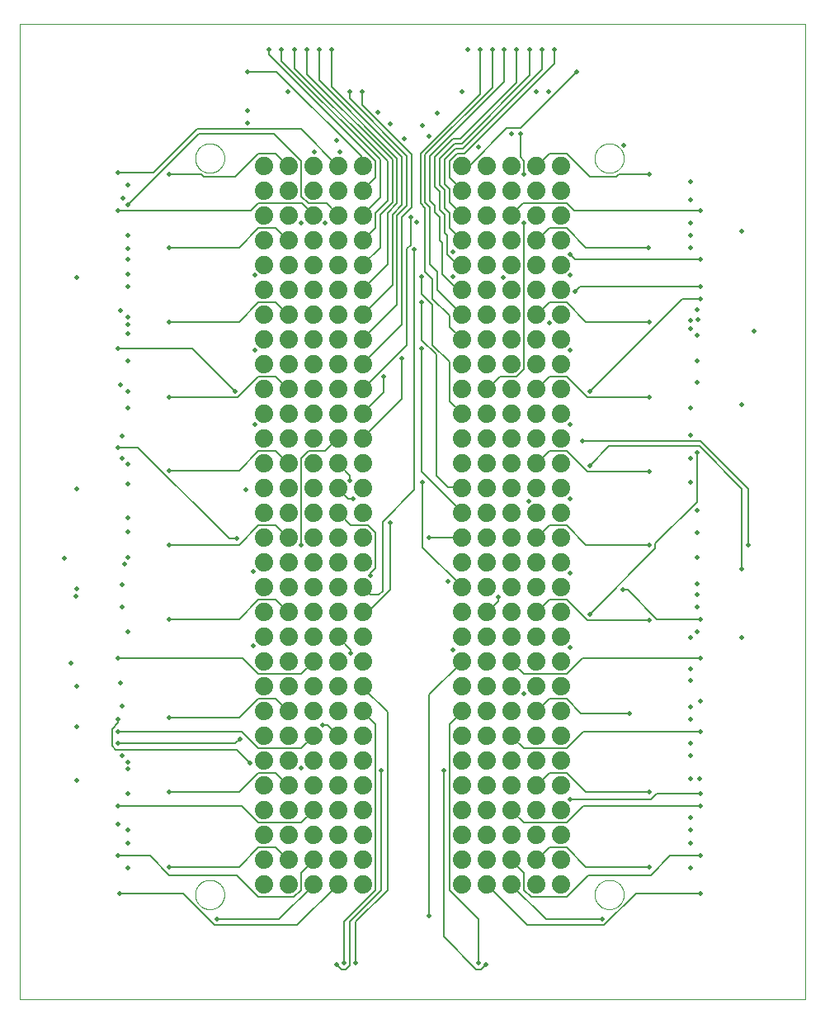
<source format=gtl>
G75*
%MOIN*%
%OFA0B0*%
%FSLAX25Y25*%
%IPPOS*%
%LPD*%
%AMOC8*
5,1,8,0,0,1.08239X$1,22.5*
%
%ADD10C,0.00000*%
%ADD11C,0.07400*%
%ADD12C,0.00800*%
%ADD13C,0.02000*%
D10*
X0001000Y0001000D02*
X0001000Y0394701D01*
X0318421Y0394701D01*
X0318421Y0001000D01*
X0001000Y0001000D01*
X0071897Y0043402D02*
X0071899Y0043555D01*
X0071905Y0043709D01*
X0071915Y0043862D01*
X0071929Y0044014D01*
X0071947Y0044167D01*
X0071969Y0044318D01*
X0071994Y0044469D01*
X0072024Y0044620D01*
X0072058Y0044770D01*
X0072095Y0044918D01*
X0072136Y0045066D01*
X0072181Y0045212D01*
X0072230Y0045358D01*
X0072283Y0045502D01*
X0072339Y0045644D01*
X0072399Y0045785D01*
X0072463Y0045925D01*
X0072530Y0046063D01*
X0072601Y0046199D01*
X0072676Y0046333D01*
X0072753Y0046465D01*
X0072835Y0046595D01*
X0072919Y0046723D01*
X0073007Y0046849D01*
X0073098Y0046972D01*
X0073192Y0047093D01*
X0073290Y0047211D01*
X0073390Y0047327D01*
X0073494Y0047440D01*
X0073600Y0047551D01*
X0073709Y0047659D01*
X0073821Y0047764D01*
X0073935Y0047865D01*
X0074053Y0047964D01*
X0074172Y0048060D01*
X0074294Y0048153D01*
X0074419Y0048242D01*
X0074546Y0048329D01*
X0074675Y0048411D01*
X0074806Y0048491D01*
X0074939Y0048567D01*
X0075074Y0048640D01*
X0075211Y0048709D01*
X0075350Y0048774D01*
X0075490Y0048836D01*
X0075632Y0048894D01*
X0075775Y0048949D01*
X0075920Y0049000D01*
X0076066Y0049047D01*
X0076213Y0049090D01*
X0076361Y0049129D01*
X0076510Y0049165D01*
X0076660Y0049196D01*
X0076811Y0049224D01*
X0076962Y0049248D01*
X0077115Y0049268D01*
X0077267Y0049284D01*
X0077420Y0049296D01*
X0077573Y0049304D01*
X0077726Y0049308D01*
X0077880Y0049308D01*
X0078033Y0049304D01*
X0078186Y0049296D01*
X0078339Y0049284D01*
X0078491Y0049268D01*
X0078644Y0049248D01*
X0078795Y0049224D01*
X0078946Y0049196D01*
X0079096Y0049165D01*
X0079245Y0049129D01*
X0079393Y0049090D01*
X0079540Y0049047D01*
X0079686Y0049000D01*
X0079831Y0048949D01*
X0079974Y0048894D01*
X0080116Y0048836D01*
X0080256Y0048774D01*
X0080395Y0048709D01*
X0080532Y0048640D01*
X0080667Y0048567D01*
X0080800Y0048491D01*
X0080931Y0048411D01*
X0081060Y0048329D01*
X0081187Y0048242D01*
X0081312Y0048153D01*
X0081434Y0048060D01*
X0081553Y0047964D01*
X0081671Y0047865D01*
X0081785Y0047764D01*
X0081897Y0047659D01*
X0082006Y0047551D01*
X0082112Y0047440D01*
X0082216Y0047327D01*
X0082316Y0047211D01*
X0082414Y0047093D01*
X0082508Y0046972D01*
X0082599Y0046849D01*
X0082687Y0046723D01*
X0082771Y0046595D01*
X0082853Y0046465D01*
X0082930Y0046333D01*
X0083005Y0046199D01*
X0083076Y0046063D01*
X0083143Y0045925D01*
X0083207Y0045785D01*
X0083267Y0045644D01*
X0083323Y0045502D01*
X0083376Y0045358D01*
X0083425Y0045212D01*
X0083470Y0045066D01*
X0083511Y0044918D01*
X0083548Y0044770D01*
X0083582Y0044620D01*
X0083612Y0044469D01*
X0083637Y0044318D01*
X0083659Y0044167D01*
X0083677Y0044014D01*
X0083691Y0043862D01*
X0083701Y0043709D01*
X0083707Y0043555D01*
X0083709Y0043402D01*
X0083707Y0043249D01*
X0083701Y0043095D01*
X0083691Y0042942D01*
X0083677Y0042790D01*
X0083659Y0042637D01*
X0083637Y0042486D01*
X0083612Y0042335D01*
X0083582Y0042184D01*
X0083548Y0042034D01*
X0083511Y0041886D01*
X0083470Y0041738D01*
X0083425Y0041592D01*
X0083376Y0041446D01*
X0083323Y0041302D01*
X0083267Y0041160D01*
X0083207Y0041019D01*
X0083143Y0040879D01*
X0083076Y0040741D01*
X0083005Y0040605D01*
X0082930Y0040471D01*
X0082853Y0040339D01*
X0082771Y0040209D01*
X0082687Y0040081D01*
X0082599Y0039955D01*
X0082508Y0039832D01*
X0082414Y0039711D01*
X0082316Y0039593D01*
X0082216Y0039477D01*
X0082112Y0039364D01*
X0082006Y0039253D01*
X0081897Y0039145D01*
X0081785Y0039040D01*
X0081671Y0038939D01*
X0081553Y0038840D01*
X0081434Y0038744D01*
X0081312Y0038651D01*
X0081187Y0038562D01*
X0081060Y0038475D01*
X0080931Y0038393D01*
X0080800Y0038313D01*
X0080667Y0038237D01*
X0080532Y0038164D01*
X0080395Y0038095D01*
X0080256Y0038030D01*
X0080116Y0037968D01*
X0079974Y0037910D01*
X0079831Y0037855D01*
X0079686Y0037804D01*
X0079540Y0037757D01*
X0079393Y0037714D01*
X0079245Y0037675D01*
X0079096Y0037639D01*
X0078946Y0037608D01*
X0078795Y0037580D01*
X0078644Y0037556D01*
X0078491Y0037536D01*
X0078339Y0037520D01*
X0078186Y0037508D01*
X0078033Y0037500D01*
X0077880Y0037496D01*
X0077726Y0037496D01*
X0077573Y0037500D01*
X0077420Y0037508D01*
X0077267Y0037520D01*
X0077115Y0037536D01*
X0076962Y0037556D01*
X0076811Y0037580D01*
X0076660Y0037608D01*
X0076510Y0037639D01*
X0076361Y0037675D01*
X0076213Y0037714D01*
X0076066Y0037757D01*
X0075920Y0037804D01*
X0075775Y0037855D01*
X0075632Y0037910D01*
X0075490Y0037968D01*
X0075350Y0038030D01*
X0075211Y0038095D01*
X0075074Y0038164D01*
X0074939Y0038237D01*
X0074806Y0038313D01*
X0074675Y0038393D01*
X0074546Y0038475D01*
X0074419Y0038562D01*
X0074294Y0038651D01*
X0074172Y0038744D01*
X0074053Y0038840D01*
X0073935Y0038939D01*
X0073821Y0039040D01*
X0073709Y0039145D01*
X0073600Y0039253D01*
X0073494Y0039364D01*
X0073390Y0039477D01*
X0073290Y0039593D01*
X0073192Y0039711D01*
X0073098Y0039832D01*
X0073007Y0039955D01*
X0072919Y0040081D01*
X0072835Y0040209D01*
X0072753Y0040339D01*
X0072676Y0040471D01*
X0072601Y0040605D01*
X0072530Y0040741D01*
X0072463Y0040879D01*
X0072399Y0041019D01*
X0072339Y0041160D01*
X0072283Y0041302D01*
X0072230Y0041446D01*
X0072181Y0041592D01*
X0072136Y0041738D01*
X0072095Y0041886D01*
X0072058Y0042034D01*
X0072024Y0042184D01*
X0071994Y0042335D01*
X0071969Y0042486D01*
X0071947Y0042637D01*
X0071929Y0042790D01*
X0071915Y0042942D01*
X0071905Y0043095D01*
X0071899Y0043249D01*
X0071897Y0043402D01*
X0233314Y0043402D02*
X0233316Y0043555D01*
X0233322Y0043709D01*
X0233332Y0043862D01*
X0233346Y0044014D01*
X0233364Y0044167D01*
X0233386Y0044318D01*
X0233411Y0044469D01*
X0233441Y0044620D01*
X0233475Y0044770D01*
X0233512Y0044918D01*
X0233553Y0045066D01*
X0233598Y0045212D01*
X0233647Y0045358D01*
X0233700Y0045502D01*
X0233756Y0045644D01*
X0233816Y0045785D01*
X0233880Y0045925D01*
X0233947Y0046063D01*
X0234018Y0046199D01*
X0234093Y0046333D01*
X0234170Y0046465D01*
X0234252Y0046595D01*
X0234336Y0046723D01*
X0234424Y0046849D01*
X0234515Y0046972D01*
X0234609Y0047093D01*
X0234707Y0047211D01*
X0234807Y0047327D01*
X0234911Y0047440D01*
X0235017Y0047551D01*
X0235126Y0047659D01*
X0235238Y0047764D01*
X0235352Y0047865D01*
X0235470Y0047964D01*
X0235589Y0048060D01*
X0235711Y0048153D01*
X0235836Y0048242D01*
X0235963Y0048329D01*
X0236092Y0048411D01*
X0236223Y0048491D01*
X0236356Y0048567D01*
X0236491Y0048640D01*
X0236628Y0048709D01*
X0236767Y0048774D01*
X0236907Y0048836D01*
X0237049Y0048894D01*
X0237192Y0048949D01*
X0237337Y0049000D01*
X0237483Y0049047D01*
X0237630Y0049090D01*
X0237778Y0049129D01*
X0237927Y0049165D01*
X0238077Y0049196D01*
X0238228Y0049224D01*
X0238379Y0049248D01*
X0238532Y0049268D01*
X0238684Y0049284D01*
X0238837Y0049296D01*
X0238990Y0049304D01*
X0239143Y0049308D01*
X0239297Y0049308D01*
X0239450Y0049304D01*
X0239603Y0049296D01*
X0239756Y0049284D01*
X0239908Y0049268D01*
X0240061Y0049248D01*
X0240212Y0049224D01*
X0240363Y0049196D01*
X0240513Y0049165D01*
X0240662Y0049129D01*
X0240810Y0049090D01*
X0240957Y0049047D01*
X0241103Y0049000D01*
X0241248Y0048949D01*
X0241391Y0048894D01*
X0241533Y0048836D01*
X0241673Y0048774D01*
X0241812Y0048709D01*
X0241949Y0048640D01*
X0242084Y0048567D01*
X0242217Y0048491D01*
X0242348Y0048411D01*
X0242477Y0048329D01*
X0242604Y0048242D01*
X0242729Y0048153D01*
X0242851Y0048060D01*
X0242970Y0047964D01*
X0243088Y0047865D01*
X0243202Y0047764D01*
X0243314Y0047659D01*
X0243423Y0047551D01*
X0243529Y0047440D01*
X0243633Y0047327D01*
X0243733Y0047211D01*
X0243831Y0047093D01*
X0243925Y0046972D01*
X0244016Y0046849D01*
X0244104Y0046723D01*
X0244188Y0046595D01*
X0244270Y0046465D01*
X0244347Y0046333D01*
X0244422Y0046199D01*
X0244493Y0046063D01*
X0244560Y0045925D01*
X0244624Y0045785D01*
X0244684Y0045644D01*
X0244740Y0045502D01*
X0244793Y0045358D01*
X0244842Y0045212D01*
X0244887Y0045066D01*
X0244928Y0044918D01*
X0244965Y0044770D01*
X0244999Y0044620D01*
X0245029Y0044469D01*
X0245054Y0044318D01*
X0245076Y0044167D01*
X0245094Y0044014D01*
X0245108Y0043862D01*
X0245118Y0043709D01*
X0245124Y0043555D01*
X0245126Y0043402D01*
X0245124Y0043249D01*
X0245118Y0043095D01*
X0245108Y0042942D01*
X0245094Y0042790D01*
X0245076Y0042637D01*
X0245054Y0042486D01*
X0245029Y0042335D01*
X0244999Y0042184D01*
X0244965Y0042034D01*
X0244928Y0041886D01*
X0244887Y0041738D01*
X0244842Y0041592D01*
X0244793Y0041446D01*
X0244740Y0041302D01*
X0244684Y0041160D01*
X0244624Y0041019D01*
X0244560Y0040879D01*
X0244493Y0040741D01*
X0244422Y0040605D01*
X0244347Y0040471D01*
X0244270Y0040339D01*
X0244188Y0040209D01*
X0244104Y0040081D01*
X0244016Y0039955D01*
X0243925Y0039832D01*
X0243831Y0039711D01*
X0243733Y0039593D01*
X0243633Y0039477D01*
X0243529Y0039364D01*
X0243423Y0039253D01*
X0243314Y0039145D01*
X0243202Y0039040D01*
X0243088Y0038939D01*
X0242970Y0038840D01*
X0242851Y0038744D01*
X0242729Y0038651D01*
X0242604Y0038562D01*
X0242477Y0038475D01*
X0242348Y0038393D01*
X0242217Y0038313D01*
X0242084Y0038237D01*
X0241949Y0038164D01*
X0241812Y0038095D01*
X0241673Y0038030D01*
X0241533Y0037968D01*
X0241391Y0037910D01*
X0241248Y0037855D01*
X0241103Y0037804D01*
X0240957Y0037757D01*
X0240810Y0037714D01*
X0240662Y0037675D01*
X0240513Y0037639D01*
X0240363Y0037608D01*
X0240212Y0037580D01*
X0240061Y0037556D01*
X0239908Y0037536D01*
X0239756Y0037520D01*
X0239603Y0037508D01*
X0239450Y0037500D01*
X0239297Y0037496D01*
X0239143Y0037496D01*
X0238990Y0037500D01*
X0238837Y0037508D01*
X0238684Y0037520D01*
X0238532Y0037536D01*
X0238379Y0037556D01*
X0238228Y0037580D01*
X0238077Y0037608D01*
X0237927Y0037639D01*
X0237778Y0037675D01*
X0237630Y0037714D01*
X0237483Y0037757D01*
X0237337Y0037804D01*
X0237192Y0037855D01*
X0237049Y0037910D01*
X0236907Y0037968D01*
X0236767Y0038030D01*
X0236628Y0038095D01*
X0236491Y0038164D01*
X0236356Y0038237D01*
X0236223Y0038313D01*
X0236092Y0038393D01*
X0235963Y0038475D01*
X0235836Y0038562D01*
X0235711Y0038651D01*
X0235589Y0038744D01*
X0235470Y0038840D01*
X0235352Y0038939D01*
X0235238Y0039040D01*
X0235126Y0039145D01*
X0235017Y0039253D01*
X0234911Y0039364D01*
X0234807Y0039477D01*
X0234707Y0039593D01*
X0234609Y0039711D01*
X0234515Y0039832D01*
X0234424Y0039955D01*
X0234336Y0040081D01*
X0234252Y0040209D01*
X0234170Y0040339D01*
X0234093Y0040471D01*
X0234018Y0040605D01*
X0233947Y0040741D01*
X0233880Y0040879D01*
X0233816Y0041019D01*
X0233756Y0041160D01*
X0233700Y0041302D01*
X0233647Y0041446D01*
X0233598Y0041592D01*
X0233553Y0041738D01*
X0233512Y0041886D01*
X0233475Y0042034D01*
X0233441Y0042184D01*
X0233411Y0042335D01*
X0233386Y0042486D01*
X0233364Y0042637D01*
X0233346Y0042790D01*
X0233332Y0042942D01*
X0233322Y0043095D01*
X0233316Y0043249D01*
X0233314Y0043402D01*
X0233314Y0340646D02*
X0233316Y0340799D01*
X0233322Y0340953D01*
X0233332Y0341106D01*
X0233346Y0341258D01*
X0233364Y0341411D01*
X0233386Y0341562D01*
X0233411Y0341713D01*
X0233441Y0341864D01*
X0233475Y0342014D01*
X0233512Y0342162D01*
X0233553Y0342310D01*
X0233598Y0342456D01*
X0233647Y0342602D01*
X0233700Y0342746D01*
X0233756Y0342888D01*
X0233816Y0343029D01*
X0233880Y0343169D01*
X0233947Y0343307D01*
X0234018Y0343443D01*
X0234093Y0343577D01*
X0234170Y0343709D01*
X0234252Y0343839D01*
X0234336Y0343967D01*
X0234424Y0344093D01*
X0234515Y0344216D01*
X0234609Y0344337D01*
X0234707Y0344455D01*
X0234807Y0344571D01*
X0234911Y0344684D01*
X0235017Y0344795D01*
X0235126Y0344903D01*
X0235238Y0345008D01*
X0235352Y0345109D01*
X0235470Y0345208D01*
X0235589Y0345304D01*
X0235711Y0345397D01*
X0235836Y0345486D01*
X0235963Y0345573D01*
X0236092Y0345655D01*
X0236223Y0345735D01*
X0236356Y0345811D01*
X0236491Y0345884D01*
X0236628Y0345953D01*
X0236767Y0346018D01*
X0236907Y0346080D01*
X0237049Y0346138D01*
X0237192Y0346193D01*
X0237337Y0346244D01*
X0237483Y0346291D01*
X0237630Y0346334D01*
X0237778Y0346373D01*
X0237927Y0346409D01*
X0238077Y0346440D01*
X0238228Y0346468D01*
X0238379Y0346492D01*
X0238532Y0346512D01*
X0238684Y0346528D01*
X0238837Y0346540D01*
X0238990Y0346548D01*
X0239143Y0346552D01*
X0239297Y0346552D01*
X0239450Y0346548D01*
X0239603Y0346540D01*
X0239756Y0346528D01*
X0239908Y0346512D01*
X0240061Y0346492D01*
X0240212Y0346468D01*
X0240363Y0346440D01*
X0240513Y0346409D01*
X0240662Y0346373D01*
X0240810Y0346334D01*
X0240957Y0346291D01*
X0241103Y0346244D01*
X0241248Y0346193D01*
X0241391Y0346138D01*
X0241533Y0346080D01*
X0241673Y0346018D01*
X0241812Y0345953D01*
X0241949Y0345884D01*
X0242084Y0345811D01*
X0242217Y0345735D01*
X0242348Y0345655D01*
X0242477Y0345573D01*
X0242604Y0345486D01*
X0242729Y0345397D01*
X0242851Y0345304D01*
X0242970Y0345208D01*
X0243088Y0345109D01*
X0243202Y0345008D01*
X0243314Y0344903D01*
X0243423Y0344795D01*
X0243529Y0344684D01*
X0243633Y0344571D01*
X0243733Y0344455D01*
X0243831Y0344337D01*
X0243925Y0344216D01*
X0244016Y0344093D01*
X0244104Y0343967D01*
X0244188Y0343839D01*
X0244270Y0343709D01*
X0244347Y0343577D01*
X0244422Y0343443D01*
X0244493Y0343307D01*
X0244560Y0343169D01*
X0244624Y0343029D01*
X0244684Y0342888D01*
X0244740Y0342746D01*
X0244793Y0342602D01*
X0244842Y0342456D01*
X0244887Y0342310D01*
X0244928Y0342162D01*
X0244965Y0342014D01*
X0244999Y0341864D01*
X0245029Y0341713D01*
X0245054Y0341562D01*
X0245076Y0341411D01*
X0245094Y0341258D01*
X0245108Y0341106D01*
X0245118Y0340953D01*
X0245124Y0340799D01*
X0245126Y0340646D01*
X0245124Y0340493D01*
X0245118Y0340339D01*
X0245108Y0340186D01*
X0245094Y0340034D01*
X0245076Y0339881D01*
X0245054Y0339730D01*
X0245029Y0339579D01*
X0244999Y0339428D01*
X0244965Y0339278D01*
X0244928Y0339130D01*
X0244887Y0338982D01*
X0244842Y0338836D01*
X0244793Y0338690D01*
X0244740Y0338546D01*
X0244684Y0338404D01*
X0244624Y0338263D01*
X0244560Y0338123D01*
X0244493Y0337985D01*
X0244422Y0337849D01*
X0244347Y0337715D01*
X0244270Y0337583D01*
X0244188Y0337453D01*
X0244104Y0337325D01*
X0244016Y0337199D01*
X0243925Y0337076D01*
X0243831Y0336955D01*
X0243733Y0336837D01*
X0243633Y0336721D01*
X0243529Y0336608D01*
X0243423Y0336497D01*
X0243314Y0336389D01*
X0243202Y0336284D01*
X0243088Y0336183D01*
X0242970Y0336084D01*
X0242851Y0335988D01*
X0242729Y0335895D01*
X0242604Y0335806D01*
X0242477Y0335719D01*
X0242348Y0335637D01*
X0242217Y0335557D01*
X0242084Y0335481D01*
X0241949Y0335408D01*
X0241812Y0335339D01*
X0241673Y0335274D01*
X0241533Y0335212D01*
X0241391Y0335154D01*
X0241248Y0335099D01*
X0241103Y0335048D01*
X0240957Y0335001D01*
X0240810Y0334958D01*
X0240662Y0334919D01*
X0240513Y0334883D01*
X0240363Y0334852D01*
X0240212Y0334824D01*
X0240061Y0334800D01*
X0239908Y0334780D01*
X0239756Y0334764D01*
X0239603Y0334752D01*
X0239450Y0334744D01*
X0239297Y0334740D01*
X0239143Y0334740D01*
X0238990Y0334744D01*
X0238837Y0334752D01*
X0238684Y0334764D01*
X0238532Y0334780D01*
X0238379Y0334800D01*
X0238228Y0334824D01*
X0238077Y0334852D01*
X0237927Y0334883D01*
X0237778Y0334919D01*
X0237630Y0334958D01*
X0237483Y0335001D01*
X0237337Y0335048D01*
X0237192Y0335099D01*
X0237049Y0335154D01*
X0236907Y0335212D01*
X0236767Y0335274D01*
X0236628Y0335339D01*
X0236491Y0335408D01*
X0236356Y0335481D01*
X0236223Y0335557D01*
X0236092Y0335637D01*
X0235963Y0335719D01*
X0235836Y0335806D01*
X0235711Y0335895D01*
X0235589Y0335988D01*
X0235470Y0336084D01*
X0235352Y0336183D01*
X0235238Y0336284D01*
X0235126Y0336389D01*
X0235017Y0336497D01*
X0234911Y0336608D01*
X0234807Y0336721D01*
X0234707Y0336837D01*
X0234609Y0336955D01*
X0234515Y0337076D01*
X0234424Y0337199D01*
X0234336Y0337325D01*
X0234252Y0337453D01*
X0234170Y0337583D01*
X0234093Y0337715D01*
X0234018Y0337849D01*
X0233947Y0337985D01*
X0233880Y0338123D01*
X0233816Y0338263D01*
X0233756Y0338404D01*
X0233700Y0338546D01*
X0233647Y0338690D01*
X0233598Y0338836D01*
X0233553Y0338982D01*
X0233512Y0339130D01*
X0233475Y0339278D01*
X0233441Y0339428D01*
X0233411Y0339579D01*
X0233386Y0339730D01*
X0233364Y0339881D01*
X0233346Y0340034D01*
X0233332Y0340186D01*
X0233322Y0340339D01*
X0233316Y0340493D01*
X0233314Y0340646D01*
X0071897Y0340646D02*
X0071899Y0340799D01*
X0071905Y0340953D01*
X0071915Y0341106D01*
X0071929Y0341258D01*
X0071947Y0341411D01*
X0071969Y0341562D01*
X0071994Y0341713D01*
X0072024Y0341864D01*
X0072058Y0342014D01*
X0072095Y0342162D01*
X0072136Y0342310D01*
X0072181Y0342456D01*
X0072230Y0342602D01*
X0072283Y0342746D01*
X0072339Y0342888D01*
X0072399Y0343029D01*
X0072463Y0343169D01*
X0072530Y0343307D01*
X0072601Y0343443D01*
X0072676Y0343577D01*
X0072753Y0343709D01*
X0072835Y0343839D01*
X0072919Y0343967D01*
X0073007Y0344093D01*
X0073098Y0344216D01*
X0073192Y0344337D01*
X0073290Y0344455D01*
X0073390Y0344571D01*
X0073494Y0344684D01*
X0073600Y0344795D01*
X0073709Y0344903D01*
X0073821Y0345008D01*
X0073935Y0345109D01*
X0074053Y0345208D01*
X0074172Y0345304D01*
X0074294Y0345397D01*
X0074419Y0345486D01*
X0074546Y0345573D01*
X0074675Y0345655D01*
X0074806Y0345735D01*
X0074939Y0345811D01*
X0075074Y0345884D01*
X0075211Y0345953D01*
X0075350Y0346018D01*
X0075490Y0346080D01*
X0075632Y0346138D01*
X0075775Y0346193D01*
X0075920Y0346244D01*
X0076066Y0346291D01*
X0076213Y0346334D01*
X0076361Y0346373D01*
X0076510Y0346409D01*
X0076660Y0346440D01*
X0076811Y0346468D01*
X0076962Y0346492D01*
X0077115Y0346512D01*
X0077267Y0346528D01*
X0077420Y0346540D01*
X0077573Y0346548D01*
X0077726Y0346552D01*
X0077880Y0346552D01*
X0078033Y0346548D01*
X0078186Y0346540D01*
X0078339Y0346528D01*
X0078491Y0346512D01*
X0078644Y0346492D01*
X0078795Y0346468D01*
X0078946Y0346440D01*
X0079096Y0346409D01*
X0079245Y0346373D01*
X0079393Y0346334D01*
X0079540Y0346291D01*
X0079686Y0346244D01*
X0079831Y0346193D01*
X0079974Y0346138D01*
X0080116Y0346080D01*
X0080256Y0346018D01*
X0080395Y0345953D01*
X0080532Y0345884D01*
X0080667Y0345811D01*
X0080800Y0345735D01*
X0080931Y0345655D01*
X0081060Y0345573D01*
X0081187Y0345486D01*
X0081312Y0345397D01*
X0081434Y0345304D01*
X0081553Y0345208D01*
X0081671Y0345109D01*
X0081785Y0345008D01*
X0081897Y0344903D01*
X0082006Y0344795D01*
X0082112Y0344684D01*
X0082216Y0344571D01*
X0082316Y0344455D01*
X0082414Y0344337D01*
X0082508Y0344216D01*
X0082599Y0344093D01*
X0082687Y0343967D01*
X0082771Y0343839D01*
X0082853Y0343709D01*
X0082930Y0343577D01*
X0083005Y0343443D01*
X0083076Y0343307D01*
X0083143Y0343169D01*
X0083207Y0343029D01*
X0083267Y0342888D01*
X0083323Y0342746D01*
X0083376Y0342602D01*
X0083425Y0342456D01*
X0083470Y0342310D01*
X0083511Y0342162D01*
X0083548Y0342014D01*
X0083582Y0341864D01*
X0083612Y0341713D01*
X0083637Y0341562D01*
X0083659Y0341411D01*
X0083677Y0341258D01*
X0083691Y0341106D01*
X0083701Y0340953D01*
X0083707Y0340799D01*
X0083709Y0340646D01*
X0083707Y0340493D01*
X0083701Y0340339D01*
X0083691Y0340186D01*
X0083677Y0340034D01*
X0083659Y0339881D01*
X0083637Y0339730D01*
X0083612Y0339579D01*
X0083582Y0339428D01*
X0083548Y0339278D01*
X0083511Y0339130D01*
X0083470Y0338982D01*
X0083425Y0338836D01*
X0083376Y0338690D01*
X0083323Y0338546D01*
X0083267Y0338404D01*
X0083207Y0338263D01*
X0083143Y0338123D01*
X0083076Y0337985D01*
X0083005Y0337849D01*
X0082930Y0337715D01*
X0082853Y0337583D01*
X0082771Y0337453D01*
X0082687Y0337325D01*
X0082599Y0337199D01*
X0082508Y0337076D01*
X0082414Y0336955D01*
X0082316Y0336837D01*
X0082216Y0336721D01*
X0082112Y0336608D01*
X0082006Y0336497D01*
X0081897Y0336389D01*
X0081785Y0336284D01*
X0081671Y0336183D01*
X0081553Y0336084D01*
X0081434Y0335988D01*
X0081312Y0335895D01*
X0081187Y0335806D01*
X0081060Y0335719D01*
X0080931Y0335637D01*
X0080800Y0335557D01*
X0080667Y0335481D01*
X0080532Y0335408D01*
X0080395Y0335339D01*
X0080256Y0335274D01*
X0080116Y0335212D01*
X0079974Y0335154D01*
X0079831Y0335099D01*
X0079686Y0335048D01*
X0079540Y0335001D01*
X0079393Y0334958D01*
X0079245Y0334919D01*
X0079096Y0334883D01*
X0078946Y0334852D01*
X0078795Y0334824D01*
X0078644Y0334800D01*
X0078491Y0334780D01*
X0078339Y0334764D01*
X0078186Y0334752D01*
X0078033Y0334744D01*
X0077880Y0334740D01*
X0077726Y0334740D01*
X0077573Y0334744D01*
X0077420Y0334752D01*
X0077267Y0334764D01*
X0077115Y0334780D01*
X0076962Y0334800D01*
X0076811Y0334824D01*
X0076660Y0334852D01*
X0076510Y0334883D01*
X0076361Y0334919D01*
X0076213Y0334958D01*
X0076066Y0335001D01*
X0075920Y0335048D01*
X0075775Y0335099D01*
X0075632Y0335154D01*
X0075490Y0335212D01*
X0075350Y0335274D01*
X0075211Y0335339D01*
X0075074Y0335408D01*
X0074939Y0335481D01*
X0074806Y0335557D01*
X0074675Y0335637D01*
X0074546Y0335719D01*
X0074419Y0335806D01*
X0074294Y0335895D01*
X0074172Y0335988D01*
X0074053Y0336084D01*
X0073935Y0336183D01*
X0073821Y0336284D01*
X0073709Y0336389D01*
X0073600Y0336497D01*
X0073494Y0336608D01*
X0073390Y0336721D01*
X0073290Y0336837D01*
X0073192Y0336955D01*
X0073098Y0337076D01*
X0073007Y0337199D01*
X0072919Y0337325D01*
X0072835Y0337453D01*
X0072753Y0337583D01*
X0072676Y0337715D01*
X0072601Y0337849D01*
X0072530Y0337985D01*
X0072463Y0338123D01*
X0072399Y0338263D01*
X0072339Y0338404D01*
X0072283Y0338546D01*
X0072230Y0338690D01*
X0072181Y0338836D01*
X0072136Y0338982D01*
X0072095Y0339130D01*
X0072058Y0339278D01*
X0072024Y0339428D01*
X0071994Y0339579D01*
X0071969Y0339730D01*
X0071947Y0339881D01*
X0071929Y0340034D01*
X0071915Y0340186D01*
X0071905Y0340339D01*
X0071899Y0340493D01*
X0071897Y0340646D01*
D11*
X0099677Y0337457D03*
X0109677Y0337457D03*
X0119677Y0337457D03*
X0129677Y0337457D03*
X0139677Y0337457D03*
X0139677Y0327457D03*
X0139677Y0317457D03*
X0129677Y0317457D03*
X0129677Y0327457D03*
X0119677Y0327457D03*
X0119677Y0317457D03*
X0109677Y0317457D03*
X0109677Y0327457D03*
X0099677Y0327457D03*
X0099677Y0317457D03*
X0099677Y0307457D03*
X0099677Y0297457D03*
X0109677Y0297457D03*
X0109677Y0307457D03*
X0119677Y0307457D03*
X0119677Y0297457D03*
X0129677Y0297457D03*
X0129677Y0307457D03*
X0139677Y0307457D03*
X0139677Y0297457D03*
X0139677Y0287457D03*
X0139677Y0277457D03*
X0129677Y0277457D03*
X0129677Y0287457D03*
X0119677Y0287457D03*
X0119677Y0277457D03*
X0109677Y0277457D03*
X0109677Y0287457D03*
X0099677Y0287457D03*
X0099677Y0277457D03*
X0099677Y0267457D03*
X0099677Y0257457D03*
X0109677Y0257457D03*
X0109677Y0267457D03*
X0119677Y0267457D03*
X0119677Y0257457D03*
X0129677Y0257457D03*
X0129677Y0267457D03*
X0139677Y0267457D03*
X0139677Y0257457D03*
X0139677Y0247457D03*
X0139677Y0237457D03*
X0129677Y0237457D03*
X0129677Y0247457D03*
X0119677Y0247457D03*
X0119677Y0237457D03*
X0109677Y0237457D03*
X0109677Y0247457D03*
X0099677Y0247457D03*
X0099677Y0237457D03*
X0099677Y0227457D03*
X0109677Y0227457D03*
X0119677Y0227457D03*
X0129677Y0227457D03*
X0139677Y0227457D03*
X0139677Y0217457D03*
X0139677Y0207457D03*
X0129677Y0207457D03*
X0129677Y0217457D03*
X0119677Y0217457D03*
X0119677Y0207457D03*
X0109677Y0207457D03*
X0109677Y0217457D03*
X0099677Y0217457D03*
X0099677Y0207457D03*
X0099677Y0197457D03*
X0099677Y0187457D03*
X0109677Y0187457D03*
X0109677Y0197457D03*
X0119677Y0197457D03*
X0119677Y0187457D03*
X0129677Y0187457D03*
X0129677Y0197457D03*
X0139677Y0197457D03*
X0139677Y0187457D03*
X0139677Y0177457D03*
X0139677Y0167457D03*
X0129677Y0167457D03*
X0129677Y0177457D03*
X0119677Y0177457D03*
X0119677Y0167457D03*
X0109677Y0167457D03*
X0109677Y0177457D03*
X0099677Y0177457D03*
X0099677Y0167457D03*
X0099677Y0157457D03*
X0099677Y0147457D03*
X0109677Y0147457D03*
X0109677Y0157457D03*
X0119677Y0157457D03*
X0119677Y0147457D03*
X0129677Y0147457D03*
X0129677Y0157457D03*
X0139677Y0157457D03*
X0139677Y0147457D03*
X0139677Y0137457D03*
X0139677Y0127457D03*
X0129677Y0127457D03*
X0129677Y0137457D03*
X0119677Y0137457D03*
X0119677Y0127457D03*
X0109677Y0127457D03*
X0109677Y0137457D03*
X0099677Y0137457D03*
X0099677Y0127457D03*
X0099677Y0117457D03*
X0099677Y0107457D03*
X0109677Y0107457D03*
X0109677Y0117457D03*
X0119677Y0117457D03*
X0119677Y0107457D03*
X0129677Y0107457D03*
X0129677Y0117457D03*
X0139677Y0117457D03*
X0139677Y0107457D03*
X0139677Y0097457D03*
X0139677Y0087457D03*
X0129677Y0087457D03*
X0129677Y0097457D03*
X0119677Y0097457D03*
X0119677Y0087457D03*
X0109677Y0087457D03*
X0109677Y0097457D03*
X0099677Y0097457D03*
X0099677Y0087457D03*
X0099677Y0077457D03*
X0099677Y0067457D03*
X0109677Y0067457D03*
X0109677Y0077457D03*
X0119677Y0077457D03*
X0119677Y0067457D03*
X0129677Y0067457D03*
X0129677Y0077457D03*
X0139677Y0077457D03*
X0139677Y0067457D03*
X0139677Y0057457D03*
X0129677Y0057457D03*
X0119677Y0057457D03*
X0109677Y0057457D03*
X0099677Y0057457D03*
X0099677Y0047457D03*
X0109677Y0047457D03*
X0119677Y0047457D03*
X0129677Y0047457D03*
X0139677Y0047457D03*
X0179677Y0047457D03*
X0179677Y0057457D03*
X0179677Y0067457D03*
X0179677Y0077457D03*
X0179677Y0087457D03*
X0179677Y0097457D03*
X0179677Y0107457D03*
X0179677Y0117457D03*
X0179677Y0127457D03*
X0179677Y0137457D03*
X0179677Y0147457D03*
X0179677Y0157457D03*
X0179677Y0167457D03*
X0179677Y0177457D03*
X0179677Y0187457D03*
X0179677Y0197457D03*
X0179677Y0207457D03*
X0179677Y0217457D03*
X0179677Y0227457D03*
X0179677Y0237457D03*
X0179677Y0247457D03*
X0179677Y0257457D03*
X0179677Y0267457D03*
X0179677Y0277457D03*
X0179677Y0287457D03*
X0179677Y0297457D03*
X0179677Y0307457D03*
X0179677Y0317457D03*
X0179677Y0327457D03*
X0179677Y0337457D03*
X0189677Y0337457D03*
X0199677Y0337457D03*
X0209677Y0337457D03*
X0219677Y0337457D03*
X0219677Y0327457D03*
X0219677Y0317457D03*
X0209677Y0317457D03*
X0209677Y0327457D03*
X0199677Y0327457D03*
X0199677Y0317457D03*
X0189677Y0317457D03*
X0189677Y0327457D03*
X0189677Y0307457D03*
X0189677Y0297457D03*
X0199677Y0297457D03*
X0199677Y0307457D03*
X0209677Y0307457D03*
X0209677Y0297457D03*
X0219677Y0297457D03*
X0219677Y0307457D03*
X0219677Y0287457D03*
X0219677Y0277457D03*
X0209677Y0277457D03*
X0209677Y0287457D03*
X0199677Y0287457D03*
X0199677Y0277457D03*
X0189677Y0277457D03*
X0189677Y0287457D03*
X0189677Y0267457D03*
X0189677Y0257457D03*
X0199677Y0257457D03*
X0199677Y0267457D03*
X0209677Y0267457D03*
X0209677Y0257457D03*
X0219677Y0257457D03*
X0219677Y0267457D03*
X0219677Y0247457D03*
X0219677Y0237457D03*
X0209677Y0237457D03*
X0209677Y0247457D03*
X0199677Y0247457D03*
X0199677Y0237457D03*
X0189677Y0237457D03*
X0189677Y0247457D03*
X0189677Y0227457D03*
X0199677Y0227457D03*
X0209677Y0227457D03*
X0219677Y0227457D03*
X0219677Y0217457D03*
X0219677Y0207457D03*
X0209677Y0207457D03*
X0209677Y0217457D03*
X0199677Y0217457D03*
X0199677Y0207457D03*
X0189677Y0207457D03*
X0189677Y0217457D03*
X0189677Y0197457D03*
X0189677Y0187457D03*
X0199677Y0187457D03*
X0199677Y0197457D03*
X0209677Y0197457D03*
X0209677Y0187457D03*
X0219677Y0187457D03*
X0219677Y0197457D03*
X0219677Y0177457D03*
X0219677Y0167457D03*
X0209677Y0167457D03*
X0209677Y0177457D03*
X0199677Y0177457D03*
X0199677Y0167457D03*
X0189677Y0167457D03*
X0189677Y0177457D03*
X0189677Y0157457D03*
X0189677Y0147457D03*
X0199677Y0147457D03*
X0199677Y0157457D03*
X0209677Y0157457D03*
X0209677Y0147457D03*
X0219677Y0147457D03*
X0219677Y0157457D03*
X0219677Y0137457D03*
X0219677Y0127457D03*
X0209677Y0127457D03*
X0209677Y0137457D03*
X0199677Y0137457D03*
X0199677Y0127457D03*
X0189677Y0127457D03*
X0189677Y0137457D03*
X0189677Y0117457D03*
X0189677Y0107457D03*
X0199677Y0107457D03*
X0199677Y0117457D03*
X0209677Y0117457D03*
X0209677Y0107457D03*
X0219677Y0107457D03*
X0219677Y0117457D03*
X0219677Y0097457D03*
X0219677Y0087457D03*
X0209677Y0087457D03*
X0209677Y0097457D03*
X0199677Y0097457D03*
X0199677Y0087457D03*
X0189677Y0087457D03*
X0189677Y0097457D03*
X0189677Y0077457D03*
X0189677Y0067457D03*
X0199677Y0067457D03*
X0199677Y0077457D03*
X0209677Y0077457D03*
X0209677Y0067457D03*
X0219677Y0067457D03*
X0219677Y0077457D03*
X0219677Y0057457D03*
X0209677Y0057457D03*
X0199677Y0057457D03*
X0189677Y0057457D03*
X0189677Y0047457D03*
X0199677Y0047457D03*
X0209677Y0047457D03*
X0219677Y0047457D03*
D12*
X0221965Y0042339D02*
X0207693Y0042339D01*
X0204740Y0045291D01*
X0204740Y0052181D01*
X0199819Y0057102D01*
X0199677Y0057457D01*
X0209677Y0057457D02*
X0210154Y0057594D01*
X0215075Y0062516D01*
X0221965Y0062516D01*
X0229839Y0054642D01*
X0255429Y0054642D01*
X0255921Y0051197D02*
X0230823Y0051197D01*
X0221965Y0042339D01*
X0213598Y0033480D02*
X0199819Y0047260D01*
X0199677Y0047457D01*
X0189976Y0047260D02*
X0189677Y0047457D01*
X0189976Y0047260D02*
X0206217Y0031020D01*
X0237220Y0031020D01*
X0250016Y0043815D01*
X0276098Y0043815D01*
X0276098Y0059071D02*
X0263795Y0059071D01*
X0255921Y0051197D01*
X0236236Y0033480D02*
X0213598Y0033480D01*
X0189484Y0015272D02*
X0187516Y0013303D01*
X0185547Y0013303D01*
X0172260Y0026591D01*
X0172260Y0093520D01*
X0174720Y0112220D02*
X0179642Y0117142D01*
X0179677Y0117457D01*
X0174720Y0112220D02*
X0174720Y0045291D01*
X0186531Y0033480D01*
X0186531Y0015764D01*
X0166354Y0034957D02*
X0166354Y0124031D01*
X0179642Y0137319D01*
X0179677Y0137457D01*
X0189677Y0157457D02*
X0189976Y0157496D01*
X0194406Y0161925D01*
X0194406Y0163402D01*
X0179677Y0167457D02*
X0179642Y0167831D01*
X0163894Y0183579D01*
X0163894Y0209661D01*
X0160449Y0206709D02*
X0147654Y0193913D01*
X0147654Y0165862D01*
X0146177Y0164386D01*
X0142732Y0164386D01*
X0139780Y0167339D01*
X0139677Y0167457D01*
X0142732Y0172260D02*
X0142732Y0173244D01*
X0144701Y0175213D01*
X0144701Y0189484D01*
X0141748Y0192437D01*
X0134858Y0192437D01*
X0129937Y0197358D01*
X0129677Y0197457D01*
X0133874Y0203264D02*
X0129937Y0207201D01*
X0129677Y0207457D01*
X0133874Y0203264D02*
X0135843Y0203264D01*
X0134366Y0210646D02*
X0134366Y0212614D01*
X0129937Y0217043D01*
X0129677Y0217457D01*
X0124524Y0222457D02*
X0129445Y0227378D01*
X0129677Y0227457D01*
X0124524Y0222457D02*
X0117634Y0222457D01*
X0114681Y0219504D01*
X0114681Y0184563D01*
X0109677Y0187457D02*
X0109268Y0187516D01*
X0104346Y0192437D01*
X0097457Y0192437D01*
X0089583Y0184563D01*
X0061531Y0184563D01*
X0085646Y0187024D02*
X0088598Y0187024D01*
X0085646Y0187024D02*
X0048736Y0223933D01*
X0040862Y0223933D01*
X0061531Y0214583D02*
X0089583Y0214583D01*
X0097457Y0222457D01*
X0104346Y0222457D01*
X0109268Y0217535D01*
X0109677Y0217457D01*
X0089091Y0244110D02*
X0097457Y0252476D01*
X0104346Y0252476D01*
X0109268Y0247555D01*
X0109677Y0247457D01*
X0089091Y0244110D02*
X0061531Y0244110D01*
X0070882Y0263795D02*
X0088106Y0246571D01*
X0070882Y0263795D02*
X0040862Y0263795D01*
X0061531Y0274622D02*
X0089583Y0274622D01*
X0097457Y0282496D01*
X0104346Y0282496D01*
X0109268Y0277575D01*
X0109677Y0277457D01*
X0089583Y0304642D02*
X0097457Y0312516D01*
X0104346Y0312516D01*
X0109268Y0307594D01*
X0109677Y0307457D01*
X0119677Y0317457D02*
X0119602Y0317929D01*
X0115173Y0322358D01*
X0097457Y0322358D01*
X0094504Y0319406D01*
X0040862Y0319406D01*
X0044799Y0321866D02*
X0073343Y0350409D01*
X0103854Y0350409D01*
X0114681Y0339583D01*
X0114681Y0325311D01*
X0117634Y0322358D01*
X0125016Y0322358D01*
X0129445Y0317929D01*
X0129677Y0317457D01*
X0139677Y0317457D02*
X0139780Y0317929D01*
X0146669Y0324819D01*
X0146669Y0340075D01*
X0106807Y0379937D01*
X0106807Y0384366D01*
X0101886Y0384366D02*
X0101886Y0382398D01*
X0144701Y0339583D01*
X0144701Y0332693D01*
X0139780Y0327772D01*
X0139677Y0327457D01*
X0144701Y0318421D02*
X0144701Y0312516D01*
X0139780Y0307594D01*
X0139677Y0307457D01*
X0146669Y0304642D02*
X0139780Y0297752D01*
X0139677Y0297457D01*
X0146669Y0304642D02*
X0146669Y0317929D01*
X0151591Y0322850D01*
X0151591Y0340075D01*
X0117142Y0374524D01*
X0117142Y0384366D01*
X0112220Y0384366D02*
X0112220Y0376984D01*
X0149622Y0339583D01*
X0149622Y0323343D01*
X0144701Y0318421D01*
X0149622Y0318421D02*
X0149622Y0297752D01*
X0139780Y0287909D01*
X0139677Y0287457D01*
X0139780Y0277575D02*
X0139677Y0277457D01*
X0139780Y0277575D02*
X0151591Y0289386D01*
X0151591Y0317929D01*
X0155528Y0321866D01*
X0155528Y0341059D01*
X0126984Y0369602D01*
X0126984Y0384366D01*
X0122063Y0384366D02*
X0122063Y0372063D01*
X0153559Y0340567D01*
X0153559Y0322358D01*
X0149622Y0318421D01*
X0153559Y0317437D02*
X0153559Y0281512D01*
X0139780Y0267732D01*
X0139677Y0267457D01*
X0139780Y0257890D02*
X0139677Y0257457D01*
X0139780Y0257890D02*
X0155528Y0273638D01*
X0155528Y0316945D01*
X0159465Y0320882D01*
X0159465Y0342043D01*
X0139287Y0362220D01*
X0139287Y0367634D01*
X0134366Y0367634D02*
X0134366Y0364681D01*
X0157496Y0341551D01*
X0157496Y0321374D01*
X0153559Y0317437D01*
X0158972Y0316945D02*
X0158972Y0305626D01*
X0157496Y0304150D01*
X0157496Y0265272D01*
X0139780Y0247555D01*
X0139677Y0247457D01*
X0148146Y0246079D02*
X0139780Y0237713D01*
X0139677Y0237457D01*
X0139780Y0227870D02*
X0139677Y0227457D01*
X0139780Y0227870D02*
X0155528Y0243618D01*
X0155528Y0259858D01*
X0148146Y0252476D02*
X0148146Y0246079D01*
X0163402Y0263795D02*
X0163402Y0214091D01*
X0179642Y0197850D01*
X0179677Y0197457D01*
X0179642Y0187516D02*
X0179677Y0187457D01*
X0179642Y0187516D02*
X0166354Y0187516D01*
X0150606Y0193421D02*
X0150606Y0166354D01*
X0141748Y0157496D01*
X0139780Y0157496D01*
X0139677Y0157457D01*
X0129677Y0147457D02*
X0129937Y0147161D01*
X0134858Y0142240D01*
X0134858Y0140764D01*
X0139677Y0127457D02*
X0139780Y0126984D01*
X0149622Y0117142D01*
X0149622Y0045291D01*
X0136827Y0032496D01*
X0136827Y0015764D01*
X0134366Y0014780D02*
X0134366Y0032496D01*
X0147161Y0045291D01*
X0147161Y0093520D01*
X0144701Y0112220D02*
X0139780Y0117142D01*
X0139677Y0117457D01*
X0144701Y0112220D02*
X0144701Y0045291D01*
X0131906Y0032496D01*
X0131906Y0015764D01*
X0134366Y0014780D02*
X0132890Y0013303D01*
X0130921Y0013303D01*
X0128953Y0015272D01*
X0113205Y0031020D02*
X0129445Y0047260D01*
X0129677Y0047457D01*
X0119677Y0047457D02*
X0119602Y0047260D01*
X0105823Y0033480D01*
X0080724Y0033480D01*
X0079740Y0031020D02*
X0113205Y0031020D01*
X0111728Y0042339D02*
X0114681Y0045291D01*
X0114681Y0052181D01*
X0119602Y0057102D01*
X0119677Y0057457D01*
X0109677Y0057457D02*
X0109268Y0057594D01*
X0104346Y0062516D01*
X0097457Y0062516D01*
X0089583Y0054642D01*
X0061531Y0054642D01*
X0061531Y0051197D02*
X0088598Y0051197D01*
X0097457Y0042339D01*
X0111728Y0042339D01*
X0114681Y0072358D02*
X0097457Y0072358D01*
X0090567Y0079248D01*
X0040862Y0079248D01*
X0039878Y0101886D02*
X0088598Y0101886D01*
X0094012Y0096472D01*
X0097457Y0092535D02*
X0104346Y0092535D01*
X0109268Y0087614D01*
X0109677Y0087457D01*
X0119677Y0077457D02*
X0119602Y0077280D01*
X0114681Y0072358D01*
X0097457Y0092535D02*
X0089583Y0084661D01*
X0061531Y0084661D01*
X0053657Y0059071D02*
X0040862Y0059071D01*
X0041354Y0043815D02*
X0066945Y0043815D01*
X0079740Y0031020D01*
X0061531Y0051197D02*
X0053657Y0059071D01*
X0039878Y0101886D02*
X0038402Y0103362D01*
X0038402Y0110252D01*
X0040862Y0112713D01*
X0040862Y0114189D01*
X0040862Y0109268D02*
X0090567Y0109268D01*
X0097457Y0102378D01*
X0114681Y0102378D01*
X0119602Y0107299D01*
X0119677Y0107457D01*
X0123539Y0111728D02*
X0125508Y0111728D01*
X0129445Y0107791D01*
X0129677Y0107457D01*
X0109677Y0117457D02*
X0109268Y0117634D01*
X0104346Y0122555D01*
X0097457Y0122555D01*
X0089583Y0114681D01*
X0061531Y0114681D01*
X0040862Y0104346D02*
X0088106Y0104346D01*
X0090075Y0106315D01*
X0097457Y0132398D02*
X0114681Y0132398D01*
X0119602Y0137319D01*
X0119677Y0137457D01*
X0109677Y0157457D02*
X0109268Y0157496D01*
X0104346Y0162417D01*
X0097457Y0162417D01*
X0089583Y0154543D01*
X0061531Y0154543D01*
X0040862Y0138795D02*
X0091059Y0138795D01*
X0097457Y0132398D01*
X0160449Y0206709D02*
X0160449Y0303657D01*
X0166846Y0297752D02*
X0169799Y0294799D01*
X0169799Y0287417D01*
X0179642Y0277575D01*
X0179677Y0277457D01*
X0174720Y0277083D02*
X0174720Y0272654D01*
X0179642Y0267732D01*
X0179677Y0267457D01*
X0174720Y0258382D02*
X0174720Y0242634D01*
X0179642Y0237713D01*
X0179677Y0237457D01*
X0189677Y0247457D02*
X0189976Y0247555D01*
X0194898Y0252476D01*
X0201787Y0252476D01*
X0204740Y0255429D01*
X0204740Y0314484D01*
X0199677Y0317457D02*
X0199819Y0317929D01*
X0204248Y0322358D01*
X0221965Y0322358D01*
X0224917Y0319406D01*
X0276098Y0319406D01*
X0276098Y0299720D02*
X0225409Y0299720D01*
X0223441Y0301689D01*
X0229839Y0304642D02*
X0221965Y0312516D01*
X0215075Y0312516D01*
X0210154Y0307594D01*
X0209677Y0307457D01*
X0227378Y0288894D02*
X0225409Y0286925D01*
X0227378Y0288894D02*
X0276098Y0288894D01*
X0276098Y0283972D02*
X0268717Y0283972D01*
X0231315Y0246571D01*
X0230331Y0244110D02*
X0221965Y0252476D01*
X0215075Y0252476D01*
X0210154Y0247555D01*
X0209677Y0247457D01*
X0215075Y0222457D02*
X0210154Y0217535D01*
X0209677Y0217457D01*
X0215075Y0222457D02*
X0221965Y0222457D01*
X0230331Y0214091D01*
X0255429Y0214091D01*
X0239189Y0224425D02*
X0231315Y0216551D01*
X0239189Y0224425D02*
X0275606Y0224425D01*
X0292831Y0207201D01*
X0292831Y0174720D01*
X0295291Y0184563D02*
X0295291Y0207201D01*
X0276098Y0226394D01*
X0228362Y0226394D01*
X0230331Y0244110D02*
X0255429Y0244110D01*
X0274622Y0221965D02*
X0274622Y0201787D01*
X0257890Y0185055D01*
X0257890Y0183087D01*
X0231315Y0156512D01*
X0230331Y0154051D02*
X0221965Y0162417D01*
X0215075Y0162417D01*
X0210154Y0157496D01*
X0209677Y0157457D01*
X0199677Y0137457D02*
X0199819Y0137319D01*
X0204740Y0132398D01*
X0221965Y0132398D01*
X0228362Y0138795D01*
X0276098Y0138795D01*
X0276098Y0154543D02*
X0258382Y0154543D01*
X0246571Y0166354D01*
X0244602Y0166354D01*
X0255429Y0154051D02*
X0230331Y0154051D01*
X0229839Y0184563D02*
X0221965Y0192437D01*
X0215075Y0192437D01*
X0210154Y0187516D01*
X0209677Y0187457D01*
X0229839Y0184563D02*
X0255429Y0184563D01*
X0221965Y0122555D02*
X0215075Y0122555D01*
X0210154Y0117634D01*
X0209677Y0117457D01*
X0199677Y0107457D02*
X0199819Y0107299D01*
X0204740Y0102378D01*
X0221965Y0102378D01*
X0228854Y0109268D01*
X0276098Y0109268D01*
X0276098Y0084169D02*
X0258382Y0084169D01*
X0255921Y0081709D01*
X0223441Y0081709D01*
X0228854Y0079248D02*
X0221965Y0072358D01*
X0204740Y0072358D01*
X0199819Y0077280D01*
X0199677Y0077457D01*
X0209677Y0087457D02*
X0210154Y0087614D01*
X0215075Y0092535D01*
X0221965Y0092535D01*
X0229839Y0084661D01*
X0255429Y0084661D01*
X0276098Y0079248D02*
X0228854Y0079248D01*
X0227870Y0116650D02*
X0221965Y0122555D01*
X0227870Y0116650D02*
X0247555Y0116650D01*
X0179677Y0207457D02*
X0179642Y0207693D01*
X0174228Y0207693D01*
X0169307Y0212614D01*
X0169307Y0261335D01*
X0163402Y0267240D01*
X0163402Y0282496D01*
X0163402Y0285941D02*
X0167831Y0281512D01*
X0167831Y0265272D01*
X0174720Y0258382D01*
X0174720Y0277083D02*
X0167831Y0283972D01*
X0167831Y0291846D01*
X0164878Y0294799D01*
X0164878Y0320390D01*
X0162909Y0322358D01*
X0162909Y0342535D01*
X0187024Y0366650D01*
X0187024Y0384366D01*
X0191945Y0384366D02*
X0191945Y0369110D01*
X0164878Y0342043D01*
X0164878Y0322850D01*
X0166846Y0320882D01*
X0166846Y0297752D01*
X0163402Y0292831D02*
X0163402Y0285941D01*
X0171768Y0293815D02*
X0177673Y0287909D01*
X0179642Y0287909D01*
X0179677Y0287457D01*
X0179677Y0297457D02*
X0179642Y0297752D01*
X0177673Y0297752D01*
X0173736Y0301689D01*
X0173736Y0309563D01*
X0172752Y0310547D01*
X0172752Y0317929D01*
X0170783Y0319898D01*
X0170783Y0327280D01*
X0168815Y0329248D01*
X0168815Y0341059D01*
X0176197Y0348441D01*
X0179150Y0348441D01*
X0201787Y0371079D01*
X0201787Y0384366D01*
X0207201Y0384366D02*
X0207201Y0374031D01*
X0179642Y0346472D01*
X0176689Y0346472D01*
X0170783Y0340567D01*
X0170783Y0329740D01*
X0172752Y0327772D01*
X0172752Y0320390D01*
X0174720Y0318421D01*
X0174720Y0312516D01*
X0179642Y0307594D01*
X0179677Y0307457D01*
X0171768Y0306610D02*
X0171768Y0293815D01*
X0171768Y0306610D02*
X0170783Y0307594D01*
X0170783Y0316945D01*
X0168815Y0318913D01*
X0168815Y0321374D01*
X0166846Y0323343D01*
X0166846Y0341551D01*
X0196866Y0371571D01*
X0196866Y0384366D01*
X0212122Y0384366D02*
X0212122Y0376492D01*
X0180134Y0344504D01*
X0177181Y0344504D01*
X0172752Y0340075D01*
X0172752Y0330232D01*
X0174720Y0328264D01*
X0174720Y0322850D01*
X0179642Y0317929D01*
X0179677Y0317457D01*
X0179677Y0327457D02*
X0179642Y0327772D01*
X0174720Y0332693D01*
X0174720Y0339583D01*
X0177673Y0342535D01*
X0180626Y0342535D01*
X0217043Y0378953D01*
X0217043Y0384366D01*
X0225902Y0375508D02*
X0203264Y0352870D01*
X0197850Y0352870D01*
X0182594Y0337614D01*
X0180134Y0337614D01*
X0179677Y0337457D01*
X0203264Y0341059D02*
X0204740Y0339583D01*
X0204740Y0334169D01*
X0209677Y0337457D02*
X0210154Y0337614D01*
X0215075Y0342535D01*
X0221965Y0342535D01*
X0231315Y0333185D01*
X0242142Y0333185D01*
X0243126Y0334169D01*
X0255429Y0334169D01*
X0254937Y0304642D02*
X0229839Y0304642D01*
X0221965Y0282496D02*
X0215075Y0282496D01*
X0210154Y0277575D01*
X0209677Y0277457D01*
X0221965Y0282496D02*
X0229839Y0274622D01*
X0255429Y0274622D01*
X0203264Y0341059D02*
X0203264Y0350409D01*
X0139287Y0341059D02*
X0139287Y0337614D01*
X0139677Y0337457D01*
X0139287Y0341059D02*
X0104839Y0375508D01*
X0093028Y0375508D01*
X0072850Y0352378D02*
X0114681Y0352378D01*
X0129445Y0337614D01*
X0129677Y0337457D01*
X0109677Y0337457D02*
X0109268Y0337614D01*
X0104346Y0342535D01*
X0097457Y0342535D01*
X0088106Y0333185D01*
X0075311Y0333185D01*
X0074327Y0334169D01*
X0061531Y0334169D01*
X0055134Y0334661D02*
X0072850Y0352378D01*
X0055134Y0334661D02*
X0040862Y0334661D01*
X0061531Y0304642D02*
X0089583Y0304642D01*
D13*
X0095980Y0293323D03*
X0114681Y0314484D03*
X0124524Y0314484D03*
X0120094Y0343028D03*
X0128953Y0347949D03*
X0130429Y0343028D03*
X0145685Y0359268D03*
X0150606Y0354346D03*
X0156512Y0348441D03*
X0163894Y0353854D03*
X0166354Y0349425D03*
X0169799Y0358776D03*
X0179642Y0367634D03*
X0182102Y0384366D03*
X0187024Y0384366D03*
X0191945Y0384366D03*
X0196866Y0384366D03*
X0201787Y0384366D03*
X0207201Y0384366D03*
X0212122Y0384366D03*
X0217043Y0384366D03*
X0225902Y0375508D03*
X0214583Y0367634D03*
X0209661Y0367634D03*
X0203264Y0350409D03*
X0199819Y0350409D03*
X0186531Y0344996D03*
X0204740Y0334169D03*
X0204740Y0314484D03*
X0223441Y0301689D03*
X0223441Y0293323D03*
X0225409Y0286925D03*
X0215075Y0274130D03*
X0223441Y0263303D03*
X0231315Y0246571D03*
X0223441Y0233283D03*
X0228362Y0226394D03*
X0231315Y0216551D03*
X0223441Y0203264D03*
X0206709Y0202280D03*
X0223441Y0173244D03*
X0231315Y0156512D03*
X0223441Y0143224D03*
X0204740Y0124524D03*
X0176197Y0142240D03*
X0194406Y0163402D03*
X0174228Y0169799D03*
X0166354Y0187516D03*
X0150606Y0193421D03*
X0163894Y0209661D03*
X0135843Y0203264D03*
X0134366Y0210646D03*
X0114681Y0184563D03*
X0095488Y0173736D03*
X0088598Y0187024D03*
X0092535Y0206709D03*
X0095980Y0233283D03*
X0088106Y0246571D03*
X0095980Y0263303D03*
X0061531Y0274622D03*
X0044799Y0273638D03*
X0044799Y0276591D03*
X0041846Y0279051D03*
X0044799Y0269701D03*
X0040862Y0263795D03*
X0044799Y0258874D03*
X0041846Y0249031D03*
X0044799Y0246571D03*
X0044799Y0239681D03*
X0042339Y0228362D03*
X0040862Y0223933D03*
X0042339Y0219504D03*
X0044799Y0217043D03*
X0044799Y0209169D03*
X0044799Y0195390D03*
X0044799Y0189976D03*
X0044799Y0179642D03*
X0043323Y0176689D03*
X0042339Y0168323D03*
X0042339Y0159465D03*
X0044799Y0149622D03*
X0040862Y0138795D03*
X0041846Y0128953D03*
X0042339Y0119602D03*
X0040862Y0114189D03*
X0040862Y0109268D03*
X0040862Y0104346D03*
X0042339Y0099425D03*
X0044799Y0096965D03*
X0044799Y0094012D03*
X0044799Y0084169D03*
X0040862Y0079248D03*
X0040862Y0071866D03*
X0044799Y0069406D03*
X0044799Y0063992D03*
X0040862Y0059071D03*
X0044799Y0054150D03*
X0041354Y0043815D03*
X0061531Y0054642D03*
X0080724Y0033480D03*
X0061531Y0084661D03*
X0061531Y0114681D03*
X0090075Y0106315D03*
X0094012Y0096472D03*
X0114681Y0094504D03*
X0123539Y0111728D03*
X0134858Y0140764D03*
X0142732Y0172260D03*
X0095488Y0143717D03*
X0061531Y0154543D03*
X0061531Y0184563D03*
X0061531Y0214583D03*
X0061531Y0244110D03*
X0044799Y0288894D03*
X0044799Y0293815D03*
X0044799Y0299720D03*
X0044799Y0304150D03*
X0044799Y0309563D03*
X0040862Y0319406D03*
X0042831Y0324327D03*
X0044799Y0321866D03*
X0044799Y0329740D03*
X0040862Y0334661D03*
X0061531Y0334169D03*
X0061531Y0304642D03*
X0024130Y0292339D03*
X0024130Y0207201D03*
X0019209Y0179150D03*
X0024130Y0166846D03*
X0023638Y0163894D03*
X0021669Y0136827D03*
X0024130Y0127476D03*
X0024130Y0111236D03*
X0024130Y0089583D03*
X0128953Y0015272D03*
X0131906Y0015764D03*
X0136827Y0015764D03*
X0166354Y0034957D03*
X0186531Y0015764D03*
X0189484Y0015272D03*
X0236236Y0033480D03*
X0255429Y0054642D03*
X0272161Y0054150D03*
X0276098Y0059071D03*
X0272161Y0063992D03*
X0272161Y0069406D03*
X0272161Y0074327D03*
X0276098Y0079248D03*
X0276098Y0084169D03*
X0275606Y0090075D03*
X0272161Y0090075D03*
X0272161Y0099425D03*
X0272161Y0104346D03*
X0276098Y0109268D03*
X0272161Y0114189D03*
X0272161Y0119110D03*
X0276098Y0121571D03*
X0272161Y0129937D03*
X0272161Y0134366D03*
X0276098Y0138795D03*
X0272161Y0147161D03*
X0274622Y0149622D03*
X0276098Y0154543D03*
X0274622Y0159465D03*
X0274622Y0164386D03*
X0274622Y0168815D03*
X0274622Y0179642D03*
X0274622Y0189484D03*
X0274622Y0198343D03*
X0272161Y0209661D03*
X0272161Y0219504D03*
X0274622Y0221965D03*
X0272161Y0228854D03*
X0272161Y0239681D03*
X0274622Y0250016D03*
X0274622Y0258874D03*
X0274622Y0269209D03*
X0272161Y0271669D03*
X0272161Y0275114D03*
X0275114Y0275606D03*
X0274622Y0279543D03*
X0276098Y0283972D03*
X0276098Y0288894D03*
X0276098Y0299720D03*
X0272161Y0304642D03*
X0272161Y0309563D03*
X0272161Y0314484D03*
X0276098Y0319406D03*
X0272161Y0323835D03*
X0272161Y0331217D03*
X0255429Y0334169D03*
X0245094Y0345980D03*
X0254937Y0304642D03*
X0255429Y0274622D03*
X0255429Y0244110D03*
X0255429Y0214091D03*
X0255429Y0184563D03*
X0244602Y0166354D03*
X0255429Y0154051D03*
X0247555Y0116650D03*
X0255429Y0084661D03*
X0223441Y0081709D03*
X0172260Y0093520D03*
X0147161Y0093520D03*
X0276098Y0043815D03*
X0292831Y0147161D03*
X0292831Y0174720D03*
X0295291Y0184563D03*
X0292831Y0241157D03*
X0297752Y0270685D03*
X0292831Y0311039D03*
X0196374Y0292339D03*
X0176197Y0292831D03*
X0176197Y0302673D03*
X0163402Y0292831D03*
X0160449Y0303657D03*
X0161433Y0314976D03*
X0158972Y0316945D03*
X0163402Y0282496D03*
X0163402Y0263795D03*
X0155528Y0259858D03*
X0148146Y0252476D03*
X0093028Y0354839D03*
X0093028Y0359760D03*
X0093028Y0375508D03*
X0101886Y0384366D03*
X0106807Y0384366D03*
X0112220Y0384366D03*
X0117142Y0384366D03*
X0122063Y0384366D03*
X0126984Y0384366D03*
X0134366Y0367634D03*
X0139287Y0367634D03*
X0109268Y0367634D03*
M02*

</source>
